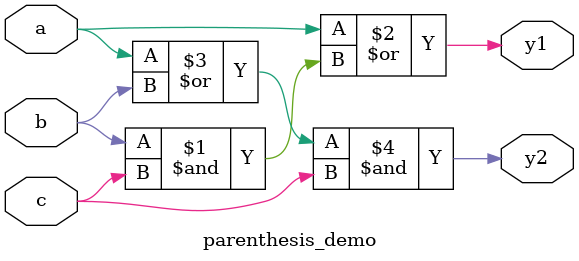
<source format=v>
module parenthesis_demo(
    a,
    b,
    c,
    y1,
    y2
);
    input a;
    input b;
    input c;
    output y1;
    output y2;

    // 没有括号，& 优先级高于 |
    assign y1 = a | b & c;      // 实际等价于 a | (b & c)

    // 有括号，先算 a | b，再与 c 做与运算
    assign y2 = (a | b) & c;    // 强制先算 a | b

endmodule 
</source>
